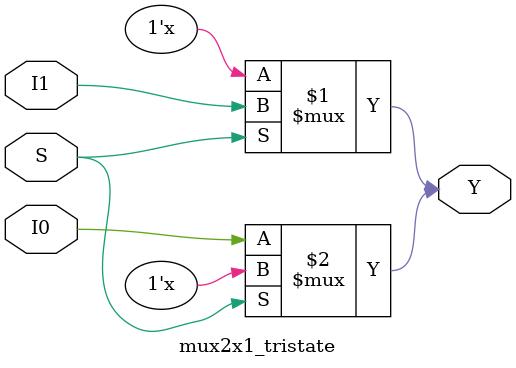
<source format=v>

module mux2x1_tristate (
    input  wire I0,
    input  wire I1,
    input  wire S,
    output wire Y
);

    wire nS;

    // Invert select
    not (nS, S);

    // Tri-state buffers
    bufif1 (Y, I1, S );   // When S = 1, I1 drives Y
    bufif1 (Y, I0, nS);   // When S = 0, I0 drives Y

endmodule

</source>
